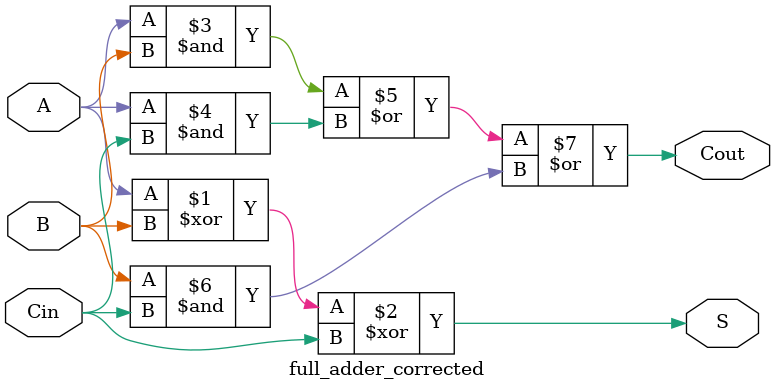
<source format=v>

module adaptive_adder_wrapper #(
    parameter N = 16
)(
    input  wire CLOCK_50,
    input  wire rst,
    input  wire start,
    input  wire [N-1:0] A,
    input  wire [N-1:0] B,
    input  wire Cin,
    output wire [N-1:0] S,
    output wire Cout,
    output wire done
);

    // ============================================================
    // FÓRMULA DE OURO - CORRIGIDA
    // ============================================================
    localparam K_OPTIMAL = (N * 3 + 7) / 8;  // 37.5% de N
    
    // Debug automático - AGORA FUNCIONAL
    initial begin 
        $display("=== Adaptive Adder Configuration ===");
        $display("N=%0d, K_OPTIMAL=%0d", N, K_OPTIMAL);
        $display("Expected cycles: %0d", (N + K_OPTIMAL - 1) / K_OPTIMAL + 1);
    end

    carry_shifting_adder_optimized #(
        .N(N),
        .K(K_OPTIMAL)  // CORRIGIDO: era K_OPTIMAL, não K
    ) adder_instance (
        .CLOCK_50(CLOCK_50),
        .rst(rst),
        .start(start),
        .A(A),
        .B(B),
        .Cin(Cin),
        .S(S),
        .Cout(Cout),
        .done(done)
    );

endmodule

// ============================================================
// Module: carry_shifting_adder_optimized
// Function: Digit-serial adder com K bits por ciclo
// ============================================================

module carry_shifting_adder_optimized #(
    parameter N = 32,               // Tamanho total dos operandos
    parameter K = 4                 // Bits processados por ciclo (DIGIT_SIZE)
)(
    input  wire CLOCK_50,
    input  wire rst,
    input  wire start,
    input  wire [N-1:0] A,
    input  wire [N-1:0] B,
    input  wire Cin,
    output reg  [N-1:0] S,
    output reg  Cout,
    output reg  done
);

    // Cálculo de parâmetros derivados
    localparam NUM_ITERATIONS = (N + K - 1) / K;  // Arredonda para cima
    localparam COUNT_WIDTH = $clog2(NUM_ITERATIONS) + 1;
    
    // Debug interno
    initial begin
        $display("Carry Shifting Adder: N=%0d, K=%0d, Iterations=%0d", 
                 N, K, NUM_ITERATIONS);
    end
    
    // Registradores internos
    reg [N-1:0] A_reg, B_reg, S_reg;
    reg carry;
    reg [COUNT_WIDTH-1:0] count;
    reg active;

    // Wires para o adder de K bits
    wire [K:0] K_adder_result;      // [K] = carry_out, [K-1:0] = soma
    wire [K-1:0] current_A_bits;
    wire [K-1:0] current_B_bits;

    // Seleciona os K bits atuais
    assign current_A_bits = A_reg[K-1:0];
    assign current_B_bits = B_reg[K-1:0];

    // Instância do adder de K bits
    k_bit_adder #(.K(K)) K_ADDER (
        .A(current_A_bits),
        .B(current_B_bits),
        .Cin(carry),
        .S(K_adder_result[K-1:0]),
        .Cout(K_adder_result[K])
    );

    always @(posedge CLOCK_50 or posedge rst) begin
        if (rst) begin
            A_reg  <= 0;
            B_reg  <= 0;
            S_reg  <= 0;
            S      <= 0;
            carry  <= 0;
            Cout   <= 0;
            count  <= 0;
            done   <= 0;
            active <= 0;
        end else begin
            done <= 0;  // Done dura apenas 1 ciclo
            
            if (start && !active) begin
                A_reg  <= A;
                B_reg  <= B;
                S_reg  <= 0;
                carry  <= Cin;
                count  <= 0;
                active <= 1;
            end 
            else if (active) begin
                // Processa K bits de uma vez
                S_reg <= {K_adder_result[K-1:0], S_reg[N-1:K]};
                A_reg <= {{K{1'b0}}, A_reg[N-1:K]};
                B_reg <= {{K{1'b0}}, B_reg[N-1:K]};
                carry <= K_adder_result[K];  // Carry para próxima iteração
                count <= count + 1'b1;

                // Finalização - detecta uma iteração antes
                if (count == NUM_ITERATIONS - 1) begin
                    active <= 0;
                    // Registra saída no próximo ciclo
                    S <= {K_adder_result[K-1:0], S_reg[N-1:K]};
                    Cout <= K_adder_result[K];
                    done <= 1'b1;
                end
            end
        end
    end

endmodule

// ============================================================
// Module: k_bit_adder
// Function: Adder de K bits (Ripple Carry otimizado)
// ============================================================

module k_bit_adder #(
    parameter K = 4
)(
    input  wire [K-1:0] A,
    input  wire [K-1:0] B,
    input  wire Cin,
    output wire [K-1:0] S,
    output wire Cout
);

    wire [K:0] carry_chain;
    
    assign carry_chain[0] = Cin;
    
    genvar i;
    generate
        for (i = 0; i < K; i = i + 1) begin : bit_slice
            full_adder_corrected FA (
                .A(A[i]),
                .B(B[i]),
                .Cin(carry_chain[i]),
                .S(S[i]),
                .Cout(carry_chain[i+1])
            );
        end
    endgenerate
    
    assign Cout = carry_chain[K];

endmodule

// ============================================================
// Module: full_adder_corrected
// ============================================================

module full_adder_corrected (
    input  wire A,
    input  wire B,
    input  wire Cin,
    output wire S,
    output wire Cout
);
    assign S = A ^ B ^ Cin;
    assign Cout = (A & B) | (A & Cin) | (B & Cin);
endmodule
</source>
